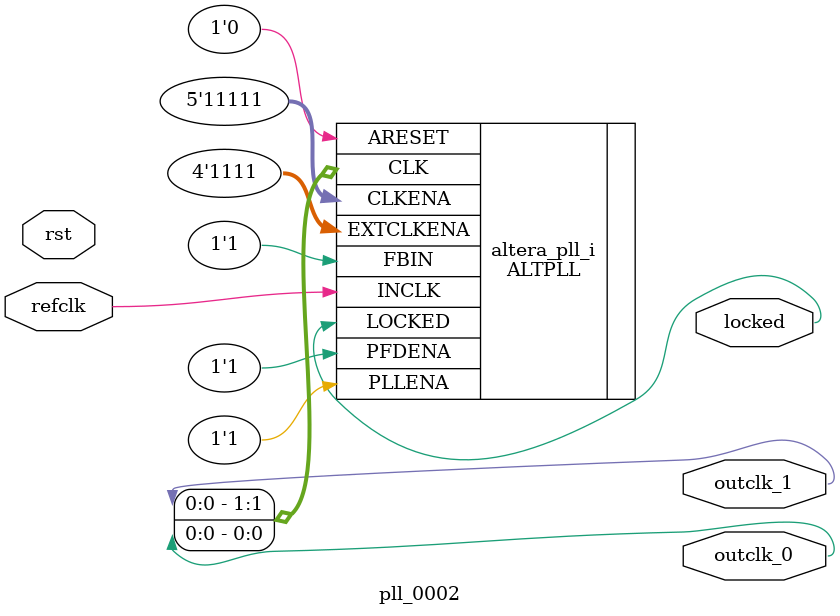
<source format=v>
`timescale 1ns/10ps
module  pll_0002(

	// interface 'refclk'
	input wire refclk,

	// interface 'reset'
	input wire rst,

	// interface 'outclk0'
	output wire outclk_0,

	// interface 'outclk1'
	output wire outclk_1,

	// interface 'locked'
	output wire locked
);

`ifdef CYCLONEV
	altera_pll #(
		.fractional_vco_multiplier("false"),
		.reference_clock_frequency("50.0 MHz"),
		.operation_mode("direct"),
		.number_of_clocks(2),
		.output_clock_frequency0("49.147727 MHz"),
		.phase_shift0("0 ps"),
		.duty_cycle0(50),
		.output_clock_frequency1("24.573863 MHz"),
		.phase_shift1("0 ps"),
		.duty_cycle1(50),
		.output_clock_frequency2("0 MHz"),
		.phase_shift2("0 ps"),
		.duty_cycle2(50),
		.output_clock_frequency3("0 MHz"),
		.phase_shift3("0 ps"),
		.duty_cycle3(50),
		.output_clock_frequency4("0 MHz"),
		.phase_shift4("0 ps"),
		.duty_cycle4(50),
		.output_clock_frequency5("0 MHz"),
		.phase_shift5("0 ps"),
		.duty_cycle5(50),
		.output_clock_frequency6("0 MHz"),
		.phase_shift6("0 ps"),
		.duty_cycle6(50),
		.output_clock_frequency7("0 MHz"),
		.phase_shift7("0 ps"),
		.duty_cycle7(50),
		.output_clock_frequency8("0 MHz"),
		.phase_shift8("0 ps"),
		.duty_cycle8(50),
		.output_clock_frequency9("0 MHz"),
		.phase_shift9("0 ps"),
		.duty_cycle9(50),
		.output_clock_frequency10("0 MHz"),
		.phase_shift10("0 ps"),
		.duty_cycle10(50),
		.output_clock_frequency11("0 MHz"),
		.phase_shift11("0 ps"),
		.duty_cycle11(50),
		.output_clock_frequency12("0 MHz"),
		.phase_shift12("0 ps"),
		.duty_cycle12(50),
		.output_clock_frequency13("0 MHz"),
		.phase_shift13("0 ps"),
		.duty_cycle13(50),
		.output_clock_frequency14("0 MHz"),
		.phase_shift14("0 ps"),
		.duty_cycle14(50),
		.output_clock_frequency15("0 MHz"),
		.phase_shift15("0 ps"),
		.duty_cycle15(50),
		.output_clock_frequency16("0 MHz"),
		.phase_shift16("0 ps"),
		.duty_cycle16(50),
		.output_clock_frequency17("0 MHz"),
		.phase_shift17("0 ps"),
		.duty_cycle17(50),
		.pll_type("General"),
		.pll_subtype("General")
	) altera_pll_i (
		.rst	(rst),
		.outclk	({outclk_1, outclk_0}),
		.locked	(locked),
		.fboutclk	( ),
		.fbclk	(1'b0),
		.refclk	(refclk)
	);
`else
	ALTPLL #(
		.BANDWIDTH_TYPE("AUTO"),
		.CLK0_DIVIDE_BY(10'd117),
		.CLK0_DUTY_CYCLE(6'd50),
		.CLK0_MULTIPLY_BY(10'd115), // 49.147727 MHz = 50MHz * 115 / 117
		.CLK0_PHASE_SHIFT(1'd0),
		.CLK1_DIVIDE_BY(10'd234),
		.CLK1_DUTY_CYCLE(6'd50),
		.CLK1_MULTIPLY_BY(10'd115), // 24.573863 MHz = 50MHz * 115 / 234
		.CLK1_PHASE_SHIFT(1'd0),
		.COMPENSATE_CLOCK("CLK0"),
		.INCLK0_INPUT_FREQUENCY(15'd20000),
		.OPERATION_MODE("NORMAL")
	) altera_pll_i (
		.ARESET(1'd0),
		.CLKENA(5'd31),
		.EXTCLKENA(4'd15),
		.FBIN(1'd1),
		.INCLK(refclk),
		.PFDENA(1'd1),
		.PLLENA(1'd1),
		.CLK({outclk_1, outclk_0}),
		.LOCKED(locked)
	);
`endif	
endmodule


</source>
